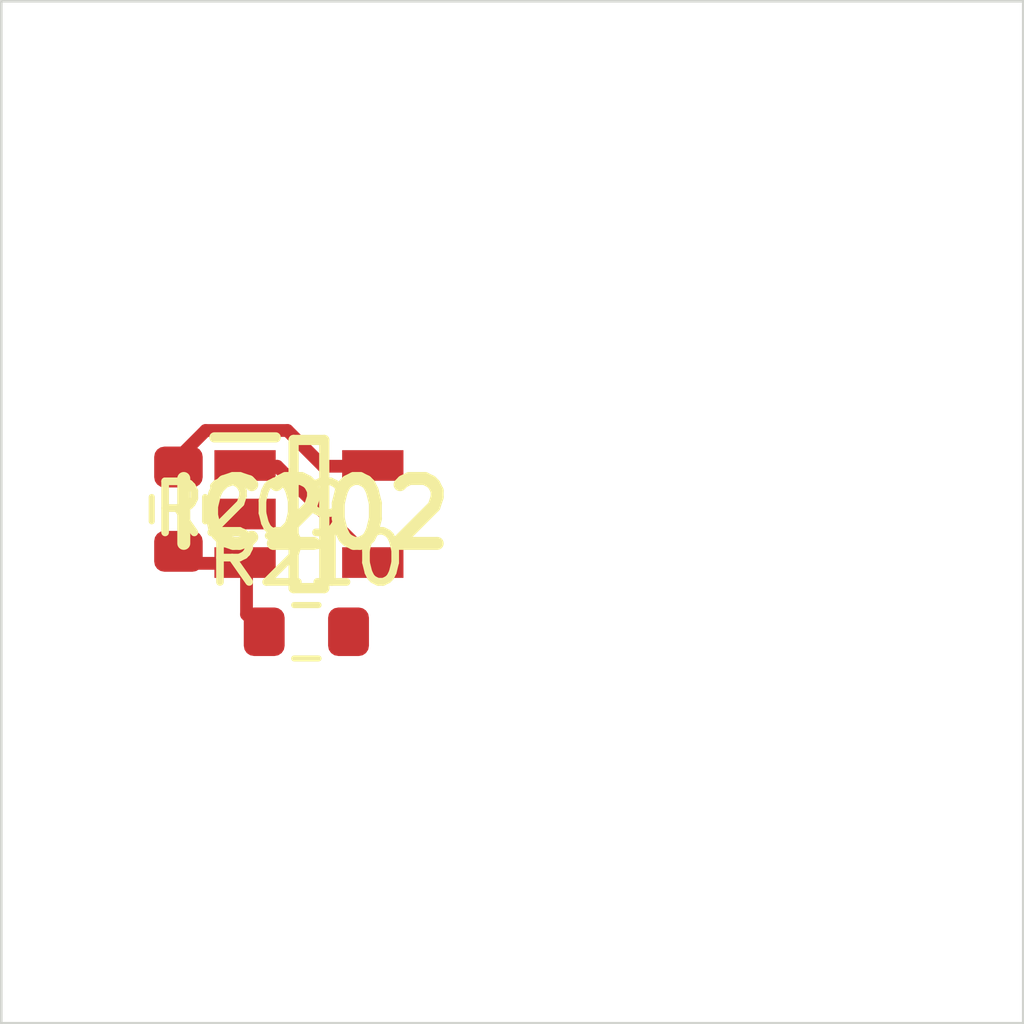
<source format=kicad_pcb>
 ( kicad_pcb  ( version 20171130 )
 ( host pcbnew 5.1.12-84ad8e8a86~92~ubuntu18.04.1 )
 ( general  ( thickness 1.6 )
 ( drawings 4 )
 ( tracks 0 )
 ( zones 0 )
 ( modules 3 )
 ( nets 5 )
)
 ( page A4 )
 ( layers  ( 0 F.Cu signal )
 ( 31 B.Cu signal )
 ( 32 B.Adhes user )
 ( 33 F.Adhes user )
 ( 34 B.Paste user )
 ( 35 F.Paste user )
 ( 36 B.SilkS user )
 ( 37 F.SilkS user )
 ( 38 B.Mask user )
 ( 39 F.Mask user )
 ( 40 Dwgs.User user )
 ( 41 Cmts.User user )
 ( 42 Eco1.User user )
 ( 43 Eco2.User user )
 ( 44 Edge.Cuts user )
 ( 45 Margin user )
 ( 46 B.CrtYd user )
 ( 47 F.CrtYd user )
 ( 48 B.Fab user )
 ( 49 F.Fab user )
)
 ( setup  ( last_trace_width 0.25 )
 ( trace_clearance 0.2 )
 ( zone_clearance 0.508 )
 ( zone_45_only no )
 ( trace_min 0.2 )
 ( via_size 0.8 )
 ( via_drill 0.4 )
 ( via_min_size 0.4 )
 ( via_min_drill 0.3 )
 ( uvia_size 0.3 )
 ( uvia_drill 0.1 )
 ( uvias_allowed no )
 ( uvia_min_size 0.2 )
 ( uvia_min_drill 0.1 )
 ( edge_width 0.05 )
 ( segment_width 0.2 )
 ( pcb_text_width 0.3 )
 ( pcb_text_size 1.5 1.5 )
 ( mod_edge_width 0.12 )
 ( mod_text_size 1 1 )
 ( mod_text_width 0.15 )
 ( pad_size 1.524 1.524 )
 ( pad_drill 0.762 )
 ( pad_to_mask_clearance 0 )
 ( aux_axis_origin 0 0 )
 ( visible_elements FFFFFF7F )
 ( pcbplotparams  ( layerselection 0x010fc_ffffffff )
 ( usegerberextensions false )
 ( usegerberattributes true )
 ( usegerberadvancedattributes true )
 ( creategerberjobfile true )
 ( excludeedgelayer true )
 ( linewidth 0.100000 )
 ( plotframeref false )
 ( viasonmask false )
 ( mode 1 )
 ( useauxorigin false )
 ( hpglpennumber 1 )
 ( hpglpenspeed 20 )
 ( hpglpendiameter 15.000000 )
 ( psnegative false )
 ( psa4output false )
 ( plotreference true )
 ( plotvalue true )
 ( plotinvisibletext false )
 ( padsonsilk false )
 ( subtractmaskfromsilk false )
 ( outputformat 1 )
 ( mirror false )
 ( drillshape 1 )
 ( scaleselection 1 )
 ( outputdirectory "" )
)
)
 ( net 0 "" )
 ( net 1 GND )
 ( net 2 VDDA )
 ( net 3 /Sheet6235D886/vp )
 ( net 4 "Net-(IC202-Pad3)" )
 ( net_class Default "This is the default net class."  ( clearance 0.2 )
 ( trace_width 0.25 )
 ( via_dia 0.8 )
 ( via_drill 0.4 )
 ( uvia_dia 0.3 )
 ( uvia_drill 0.1 )
 ( add_net /Sheet6235D886/vp )
 ( add_net GND )
 ( add_net "Net-(IC202-Pad3)" )
 ( add_net VDDA )
)
 ( module SOT95P280X145-5N locked  ( layer F.Cu )
 ( tedit 62336ED7 )
 ( tstamp 623423ED )
 ( at 86.020900 110.035000 )
 ( descr DBV0005A )
 ( tags "Integrated Circuit" )
 ( path /6235D887/6266C08E )
 ( attr smd )
 ( fp_text reference IC202  ( at 0 0 )
 ( layer F.SilkS )
 ( effects  ( font  ( size 1.27 1.27 )
 ( thickness 0.254 )
)
)
)
 ( fp_text value TL071HIDBVR  ( at 0 0 )
 ( layer F.SilkS )
hide  ( effects  ( font  ( size 1.27 1.27 )
 ( thickness 0.254 )
)
)
)
 ( fp_line  ( start -1.85 -1.5 )
 ( end -0.65 -1.5 )
 ( layer F.SilkS )
 ( width 0.2 )
)
 ( fp_line  ( start -0.3 1.45 )
 ( end -0.3 -1.45 )
 ( layer F.SilkS )
 ( width 0.2 )
)
 ( fp_line  ( start 0.3 1.45 )
 ( end -0.3 1.45 )
 ( layer F.SilkS )
 ( width 0.2 )
)
 ( fp_line  ( start 0.3 -1.45 )
 ( end 0.3 1.45 )
 ( layer F.SilkS )
 ( width 0.2 )
)
 ( fp_line  ( start -0.3 -1.45 )
 ( end 0.3 -1.45 )
 ( layer F.SilkS )
 ( width 0.2 )
)
 ( fp_line  ( start -0.8 -0.5 )
 ( end 0.15 -1.45 )
 ( layer Dwgs.User )
 ( width 0.1 )
)
 ( fp_line  ( start -0.8 1.45 )
 ( end -0.8 -1.45 )
 ( layer Dwgs.User )
 ( width 0.1 )
)
 ( fp_line  ( start 0.8 1.45 )
 ( end -0.8 1.45 )
 ( layer Dwgs.User )
 ( width 0.1 )
)
 ( fp_line  ( start 0.8 -1.45 )
 ( end 0.8 1.45 )
 ( layer Dwgs.User )
 ( width 0.1 )
)
 ( fp_line  ( start -0.8 -1.45 )
 ( end 0.8 -1.45 )
 ( layer Dwgs.User )
 ( width 0.1 )
)
 ( fp_line  ( start -2.1 1.775 )
 ( end -2.1 -1.775 )
 ( layer Dwgs.User )
 ( width 0.05 )
)
 ( fp_line  ( start 2.1 1.775 )
 ( end -2.1 1.775 )
 ( layer Dwgs.User )
 ( width 0.05 )
)
 ( fp_line  ( start 2.1 -1.775 )
 ( end 2.1 1.775 )
 ( layer Dwgs.User )
 ( width 0.05 )
)
 ( fp_line  ( start -2.1 -1.775 )
 ( end 2.1 -1.775 )
 ( layer Dwgs.User )
 ( width 0.05 )
)
 ( pad 1 smd rect  ( at -1.25 -0.95 90.000000 )
 ( size 0.6 1.2 )
 ( layers F.Cu F.Mask F.Paste )
 ( net 3 /Sheet6235D886/vp )
)
 ( pad 2 smd rect  ( at -1.25 0 90.000000 )
 ( size 0.6 1.2 )
 ( layers F.Cu F.Mask F.Paste )
 ( net 1 GND )
)
 ( pad 3 smd rect  ( at -1.25 0.95 90.000000 )
 ( size 0.6 1.2 )
 ( layers F.Cu F.Mask F.Paste )
 ( net 4 "Net-(IC202-Pad3)" )
)
 ( pad 4 smd rect  ( at 1.25 0.95 90.000000 )
 ( size 0.6 1.2 )
 ( layers F.Cu F.Mask F.Paste )
 ( net 3 /Sheet6235D886/vp )
)
 ( pad 5 smd rect  ( at 1.25 -0.95 90.000000 )
 ( size 0.6 1.2 )
 ( layers F.Cu F.Mask F.Paste )
 ( net 2 VDDA )
)
)
 ( module Resistor_SMD:R_0603_1608Metric  ( layer F.Cu )
 ( tedit 5F68FEEE )
 ( tstamp 62342595 )
 ( at 83.467200 109.940000 270.000000 )
 ( descr "Resistor SMD 0603 (1608 Metric), square (rectangular) end terminal, IPC_7351 nominal, (Body size source: IPC-SM-782 page 72, https://www.pcb-3d.com/wordpress/wp-content/uploads/ipc-sm-782a_amendment_1_and_2.pdf), generated with kicad-footprint-generator" )
 ( tags resistor )
 ( path /6235D887/623CDBD9 )
 ( attr smd )
 ( fp_text reference R209  ( at 0 -1.43 )
 ( layer F.SilkS )
 ( effects  ( font  ( size 1 1 )
 ( thickness 0.15 )
)
)
)
 ( fp_text value 100k  ( at 0 1.43 )
 ( layer F.Fab )
 ( effects  ( font  ( size 1 1 )
 ( thickness 0.15 )
)
)
)
 ( fp_line  ( start -0.8 0.4125 )
 ( end -0.8 -0.4125 )
 ( layer F.Fab )
 ( width 0.1 )
)
 ( fp_line  ( start -0.8 -0.4125 )
 ( end 0.8 -0.4125 )
 ( layer F.Fab )
 ( width 0.1 )
)
 ( fp_line  ( start 0.8 -0.4125 )
 ( end 0.8 0.4125 )
 ( layer F.Fab )
 ( width 0.1 )
)
 ( fp_line  ( start 0.8 0.4125 )
 ( end -0.8 0.4125 )
 ( layer F.Fab )
 ( width 0.1 )
)
 ( fp_line  ( start -0.237258 -0.5225 )
 ( end 0.237258 -0.5225 )
 ( layer F.SilkS )
 ( width 0.12 )
)
 ( fp_line  ( start -0.237258 0.5225 )
 ( end 0.237258 0.5225 )
 ( layer F.SilkS )
 ( width 0.12 )
)
 ( fp_line  ( start -1.48 0.73 )
 ( end -1.48 -0.73 )
 ( layer F.CrtYd )
 ( width 0.05 )
)
 ( fp_line  ( start -1.48 -0.73 )
 ( end 1.48 -0.73 )
 ( layer F.CrtYd )
 ( width 0.05 )
)
 ( fp_line  ( start 1.48 -0.73 )
 ( end 1.48 0.73 )
 ( layer F.CrtYd )
 ( width 0.05 )
)
 ( fp_line  ( start 1.48 0.73 )
 ( end -1.48 0.73 )
 ( layer F.CrtYd )
 ( width 0.05 )
)
 ( fp_text user %R  ( at 0 0 )
 ( layer F.Fab )
 ( effects  ( font  ( size 0.4 0.4 )
 ( thickness 0.06 )
)
)
)
 ( pad 1 smd roundrect  ( at -0.825 0 270.000000 )
 ( size 0.8 0.95 )
 ( layers F.Cu F.Mask F.Paste )
 ( roundrect_rratio 0.25 )
 ( net 2 VDDA )
)
 ( pad 2 smd roundrect  ( at 0.825 0 270.000000 )
 ( size 0.8 0.95 )
 ( layers F.Cu F.Mask F.Paste )
 ( roundrect_rratio 0.25 )
 ( net 4 "Net-(IC202-Pad3)" )
)
 ( model ${KISYS3DMOD}/Resistor_SMD.3dshapes/R_0603_1608Metric.wrl  ( at  ( xyz 0 0 0 )
)
 ( scale  ( xyz 1 1 1 )
)
 ( rotate  ( xyz 0 0 0 )
)
)
)
 ( module Resistor_SMD:R_0603_1608Metric  ( layer F.Cu )
 ( tedit 5F68FEEE )
 ( tstamp 623425A6 )
 ( at 85.970900 112.339000 )
 ( descr "Resistor SMD 0603 (1608 Metric), square (rectangular) end terminal, IPC_7351 nominal, (Body size source: IPC-SM-782 page 72, https://www.pcb-3d.com/wordpress/wp-content/uploads/ipc-sm-782a_amendment_1_and_2.pdf), generated with kicad-footprint-generator" )
 ( tags resistor )
 ( path /6235D887/623CDBDF )
 ( attr smd )
 ( fp_text reference R210  ( at 0 -1.43 )
 ( layer F.SilkS )
 ( effects  ( font  ( size 1 1 )
 ( thickness 0.15 )
)
)
)
 ( fp_text value 100k  ( at 0 1.43 )
 ( layer F.Fab )
 ( effects  ( font  ( size 1 1 )
 ( thickness 0.15 )
)
)
)
 ( fp_line  ( start 1.48 0.73 )
 ( end -1.48 0.73 )
 ( layer F.CrtYd )
 ( width 0.05 )
)
 ( fp_line  ( start 1.48 -0.73 )
 ( end 1.48 0.73 )
 ( layer F.CrtYd )
 ( width 0.05 )
)
 ( fp_line  ( start -1.48 -0.73 )
 ( end 1.48 -0.73 )
 ( layer F.CrtYd )
 ( width 0.05 )
)
 ( fp_line  ( start -1.48 0.73 )
 ( end -1.48 -0.73 )
 ( layer F.CrtYd )
 ( width 0.05 )
)
 ( fp_line  ( start -0.237258 0.5225 )
 ( end 0.237258 0.5225 )
 ( layer F.SilkS )
 ( width 0.12 )
)
 ( fp_line  ( start -0.237258 -0.5225 )
 ( end 0.237258 -0.5225 )
 ( layer F.SilkS )
 ( width 0.12 )
)
 ( fp_line  ( start 0.8 0.4125 )
 ( end -0.8 0.4125 )
 ( layer F.Fab )
 ( width 0.1 )
)
 ( fp_line  ( start 0.8 -0.4125 )
 ( end 0.8 0.4125 )
 ( layer F.Fab )
 ( width 0.1 )
)
 ( fp_line  ( start -0.8 -0.4125 )
 ( end 0.8 -0.4125 )
 ( layer F.Fab )
 ( width 0.1 )
)
 ( fp_line  ( start -0.8 0.4125 )
 ( end -0.8 -0.4125 )
 ( layer F.Fab )
 ( width 0.1 )
)
 ( fp_text user %R  ( at 0 0 )
 ( layer F.Fab )
 ( effects  ( font  ( size 0.4 0.4 )
 ( thickness 0.06 )
)
)
)
 ( pad 2 smd roundrect  ( at 0.825 0 )
 ( size 0.8 0.95 )
 ( layers F.Cu F.Mask F.Paste )
 ( roundrect_rratio 0.25 )
 ( net 1 GND )
)
 ( pad 1 smd roundrect  ( at -0.825 0 )
 ( size 0.8 0.95 )
 ( layers F.Cu F.Mask F.Paste )
 ( roundrect_rratio 0.25 )
 ( net 4 "Net-(IC202-Pad3)" )
)
 ( model ${KISYS3DMOD}/Resistor_SMD.3dshapes/R_0603_1608Metric.wrl  ( at  ( xyz 0 0 0 )
)
 ( scale  ( xyz 1 1 1 )
)
 ( rotate  ( xyz 0 0 0 )
)
)
)
 ( gr_line  ( start 100 100 )
 ( end 100 120 )
 ( layer Edge.Cuts )
 ( width 0.05 )
 ( tstamp 62E770C4 )
)
 ( gr_line  ( start 80 120 )
 ( end 100 120 )
 ( layer Edge.Cuts )
 ( width 0.05 )
 ( tstamp 62E770C0 )
)
 ( gr_line  ( start 80 100 )
 ( end 100 100 )
 ( layer Edge.Cuts )
 ( width 0.05 )
 ( tstamp 6234110C )
)
 ( gr_line  ( start 80 100 )
 ( end 80 120 )
 ( layer Edge.Cuts )
 ( width 0.05 )
)
 ( segment  ( start 83.500001 109.100002 )
 ( end 83.500001 108.900002 )
 ( width 0.250000 )
 ( layer F.Cu )
 ( net 2 )
)
 ( segment  ( start 83.500001 108.900002 )
 ( end 84.000001 108.400002 )
 ( width 0.250000 )
 ( layer F.Cu )
 ( net 2 )
)
 ( segment  ( start 84.000001 108.400002 )
 ( end 85.600001 108.400002 )
 ( width 0.250000 )
 ( layer F.Cu )
 ( net 2 )
)
 ( segment  ( start 85.600001 108.400002 )
 ( end 86.300001 109.100002 )
 ( width 0.250000 )
 ( layer F.Cu )
 ( net 2 )
)
 ( segment  ( start 86.300001 109.100002 )
 ( end 87.300001 109.100002 )
 ( width 0.250000 )
 ( layer F.Cu )
 ( net 2 )
)
 ( segment  ( start 87.300001 111.000002 )
 ( end 85.400001 109.100002 )
 ( width 0.250000 )
 ( layer F.Cu )
 ( net 3 )
)
 ( segment  ( start 85.400001 109.100002 )
 ( end 84.800001 109.100002 )
 ( width 0.250000 )
 ( layer F.Cu )
 ( net 3 )
)
 ( segment  ( start 83.500001 110.800002 )
 ( end 83.700001 111.000002 )
 ( width 0.250000 )
 ( layer F.Cu )
 ( net 4 )
)
 ( segment  ( start 83.700001 111.000002 )
 ( end 84.800001 111.000002 )
 ( width 0.250000 )
 ( layer F.Cu )
 ( net 4 )
)
 ( segment  ( start 85.100001 112.300002 )
 ( end 84.800001 112.000002 )
 ( width 0.250000 )
 ( layer F.Cu )
 ( net 4 )
)
 ( segment  ( start 84.800001 112.000002 )
 ( end 84.800001 111.000002 )
 ( width 0.250000 )
 ( layer F.Cu )
 ( net 4 )
)
)

</source>
